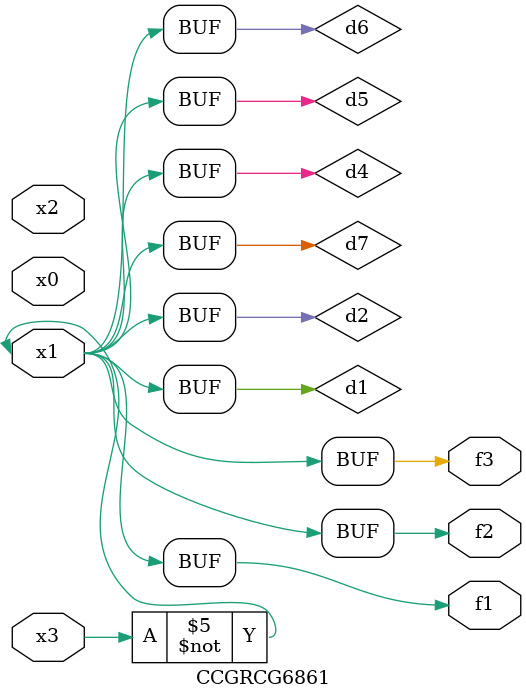
<source format=v>
module CCGRCG6861(
	input x0, x1, x2, x3,
	output f1, f2, f3
);

	wire d1, d2, d3, d4, d5, d6, d7;

	not (d1, x3);
	buf (d2, x1);
	xnor (d3, d1, d2);
	nor (d4, d1);
	buf (d5, d1, d2);
	buf (d6, d4, d5);
	nand (d7, d4);
	assign f1 = d6;
	assign f2 = d7;
	assign f3 = d6;
endmodule

</source>
